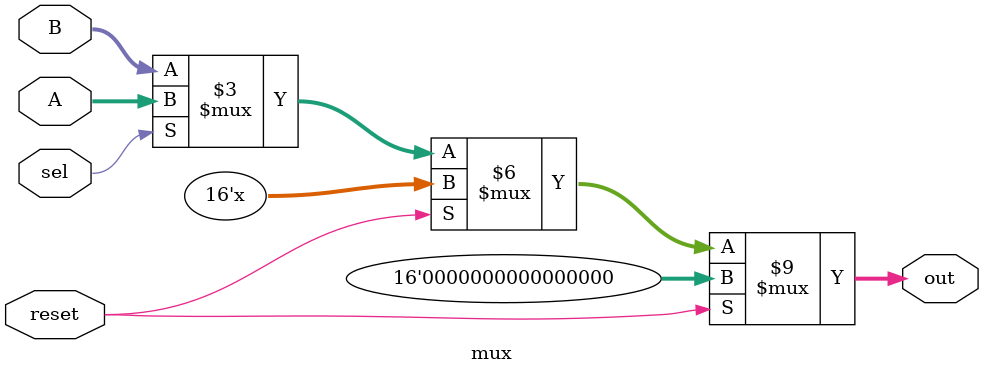
<source format=v>
`timescale 1ns / 1ps


module mux(
    input [15:0] A,
    input [15:0] B,
    input reset,
    input sel,
    output reg [15:0] out
    );
    
    always @(*) begin
        if(reset)
            out =0;
        else begin
            if(sel)
                out=A;
            else
                out=B;
        end
    end


    //assign out = sel?A:B;
endmodule

</source>
